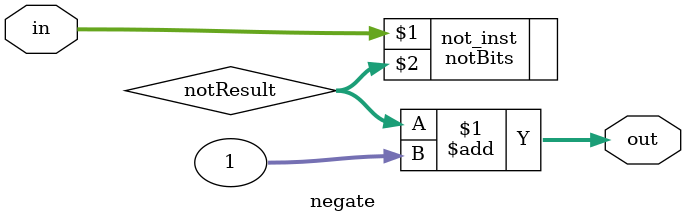
<source format=v>

module negate #(parameter BITS=32)(
	input [BITS-1:0] in,
	output wire [BITS-1:0] out
);

	wire [BITS-1:0] notResult;
	notBits #(.BITS(BITS)) not_inst(in, notResult);

	//carryLookAheadAdder #(.BITS(BITS)) cla_inst(notResult, 1, out);
	assign out = notResult + 1;

endmodule

</source>
